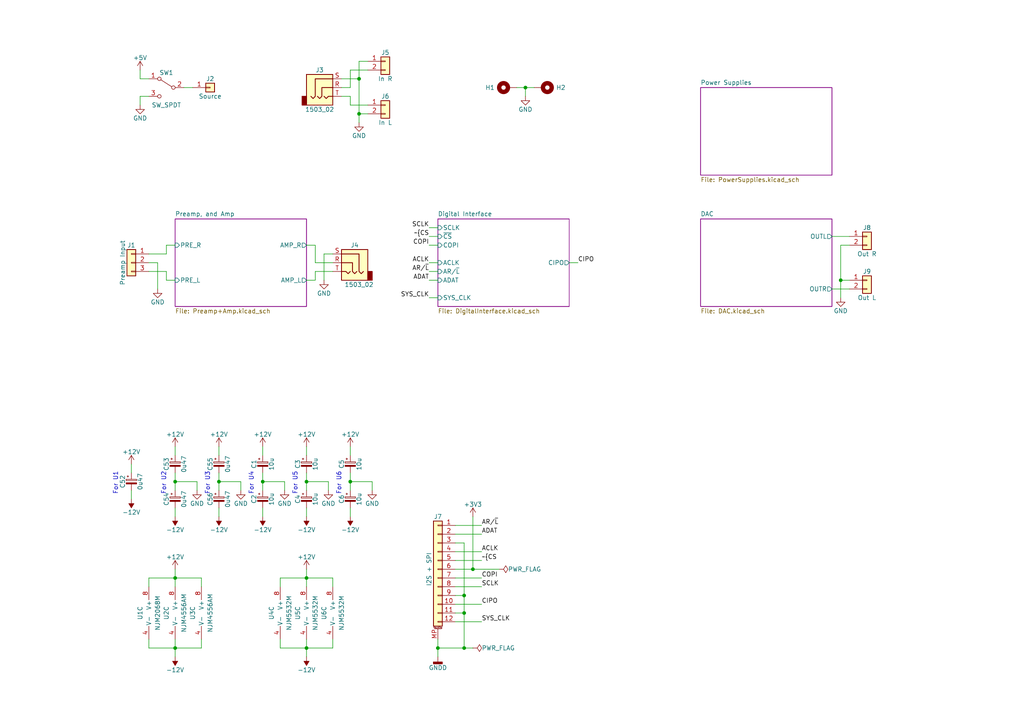
<source format=kicad_sch>
(kicad_sch (version 20211123) (generator eeschema)
  (paper "A4")
  (title_block (title "Headphone Amplifier + 24-bit -120dBm DAC") (rev "R2") (company "Rachel Mant") (comment 3 "IO Connectors") (comment 4 "OpAmp Power"))
  (lib_symbols
    (symbol "Amplifier_Operational:NJM4556A" (pin_names (offset 0.127))
      (property "Reference" "U" (at 0 5.08 0))
      (property "Value" "NJM4556A" (at 0 -5.08 0))
      (symbol "NJM4556A_1_1"
        (polyline (pts (xy -5.08 5.08) (xy 5.08 0) (xy -5.08 -5.08) (xy -5.08 5.08)) (stroke (width 0.254)) (fill (type background)))
        (pin output line (at 7.62 0 180) (length 2.54) (name "~") (number "1"))
        (pin input line (at -7.62 -2.54 0) (length 2.54) (name "-") (number "2"))
        (pin input line (at -7.62 2.54 0) (length 2.54) (name "+") (number "3"))
      )
      (symbol "NJM4556A_2_1"
        (polyline (pts (xy -5.08 5.08) (xy 5.08 0) (xy -5.08 -5.08) (xy -5.08 5.08)) (stroke (width 0.254)) (fill (type background)))
        (pin input line (at -7.62 2.54 0) (length 2.54) (name "+") (number "5"))
        (pin input line (at -7.62 -2.54 0) (length 2.54) (name "-") (number "6"))
        (pin output line (at 7.62 0 180) (length 2.54) (name "~") (number "7"))
      )
      (symbol "NJM4556A_3_1"
        (pin power_in line (at -2.54 -7.62 90) (length 3.81) (name "V-") (number "4"))
        (pin power_in line (at -2.54 7.62 270) (length 3.81) (name "V+") (number "8"))
      )
    )
    (symbol "Amplifier_Operational:NJM5532" (pin_names (offset 0.127))
      (property "Reference" "U" (at 0 5.08 0))
      (property "Value" "NJM5532" (at 0 -5.08 0))
      (symbol "NJM5532_1_1"
        (polyline (pts (xy -5.08 5.08) (xy 5.08 0) (xy -5.08 -5.08) (xy -5.08 5.08)) (stroke (width 0.254)) (fill (type background)))
        (pin output line (at 7.62 0 180) (length 2.54) (name "~") (number "1"))
        (pin input line (at -7.62 -2.54 0) (length 2.54) (name "-") (number "2"))
        (pin input line (at -7.62 2.54 0) (length 2.54) (name "+") (number "3"))
      )
      (symbol "NJM5532_2_1"
        (polyline (pts (xy -5.08 5.08) (xy 5.08 0) (xy -5.08 -5.08) (xy -5.08 5.08)) (stroke (width 0.254)) (fill (type background)))
        (pin input line (at -7.62 2.54 0) (length 2.54) (name "+") (number "5"))
        (pin input line (at -7.62 -2.54 0) (length 2.54) (name "-") (number "6"))
        (pin output line (at 7.62 0 180) (length 2.54) (name "~") (number "7"))
      )
      (symbol "NJM5532_3_1"
        (pin power_in line (at -2.54 -7.62 90) (length 3.81) (name "V-") (number "4"))
        (pin power_in line (at -2.54 7.62 270) (length 3.81) (name "V+") (number "8"))
      )
    )
    (symbol "Connector:AudioJack3"
      (property "Reference" "J" (at 0 8.89 0))
      (property "Value" "AudioJack3" (at 0 6.35 0))
      (symbol "AudioJack3_0_1"
        (rectangle (start -5.08 -5.08) (end -6.35 -2.54) (stroke (width 0.254)) (fill (type outline)))
        (polyline (pts (xy 0 -2.54) (xy 0.635 -3.175) (xy 1.27 -2.54) (xy 2.54 -2.54)) (stroke (width 0.254)))
        (polyline (pts (xy -1.905 -2.54) (xy -1.27 -3.175) (xy -0.635 -2.54) (xy -0.635 0) (xy 2.54 0)) (stroke (width 0.254)))
        (polyline (pts (xy 2.54 2.54) (xy -2.54 2.54) (xy -2.54 -2.54) (xy -3.175 -3.175) (xy -3.81 -2.54)) (stroke (width 0.254)))
        (rectangle (start 2.54 3.81) (end -5.08 -5.08) (stroke (width 0.254)) (fill (type background)))
      )
      (symbol "AudioJack3_1_1"
        (pin passive line (at 5.08 0 180) (length 2.54) (name "~") (number "R"))
        (pin passive line (at 5.08 2.54 180) (length 2.54) (name "~") (number "S"))
        (pin passive line (at 5.08 -2.54 180) (length 2.54) (name "~") (number "T"))
      )
    )
    (symbol "Connector_Generic:Conn_01x01" (pin_names (offset 1.016) hide)
      (property "Reference" "J" (at 0 2.54 0))
      (property "Value" "Conn_01x01" (at 0 -2.54 0))
      (symbol "Conn_01x01_1_1"
        (rectangle (start -1.27 0.127) (end 0 -0.127) (stroke (width 0.1524)))
        (rectangle (start -1.27 1.27) (end 1.27 -1.27) (stroke (width 0.254)) (fill (type background)))
        (pin passive line (at -5.08 0 0) (length 3.81) (name "Pin_1") (number "1"))
      )
    )
    (symbol "Connector_Generic:Conn_01x02" (pin_names (offset 1.016) hide)
      (property "Reference" "J" (at 0 2.54 0))
      (property "Value" "Conn_01x02" (at 0 -5.08 0))
      (symbol "Conn_01x02_1_1"
        (rectangle (start -1.27 -2.413) (end 0 -2.667) (stroke (width 0.1524)))
        (rectangle (start -1.27 0.127) (end 0 -0.127) (stroke (width 0.1524)))
        (rectangle (start -1.27 1.27) (end 1.27 -3.81) (stroke (width 0.254)) (fill (type background)))
        (pin passive line (at -5.08 0 0) (length 3.81) (name "Pin_1") (number "1"))
        (pin passive line (at -5.08 -2.54 0) (length 3.81) (name "Pin_2") (number "2"))
      )
    )
    (symbol "Connector_Generic:Conn_01x03" (pin_names (offset 1.016) hide)
      (property "Reference" "J" (at 0 5.08 0))
      (property "Value" "Conn_01x03" (at 0 -5.08 0))
      (symbol "Conn_01x03_1_1"
        (rectangle (start -1.27 -2.413) (end 0 -2.667) (stroke (width 0.1524)))
        (rectangle (start -1.27 0.127) (end 0 -0.127) (stroke (width 0.1524)))
        (rectangle (start -1.27 2.667) (end 0 2.413) (stroke (width 0.1524)))
        (rectangle (start -1.27 3.81) (end 1.27 -3.81) (stroke (width 0.254)) (fill (type background)))
        (pin passive line (at -5.08 2.54 0) (length 3.81) (name "Pin_1") (number "1"))
        (pin passive line (at -5.08 0 0) (length 3.81) (name "Pin_2") (number "2"))
        (pin passive line (at -5.08 -2.54 0) (length 3.81) (name "Pin_3") (number "3"))
      )
    )
    (symbol "Connector_Generic_MountingPin:Conn_01x12_MountingPin" (pin_names (offset 1.016) hide)
      (property "Reference" "J" (at 0 15.24 0))
      (property "Value" "Conn_01x12_MountingPin" (at 1.27 -17.78 0))
      (symbol "Conn_01x12_MountingPin_1_1"
        (rectangle (start -1.27 -15.113) (end 0 -15.367) (stroke (width 0.1524)))
        (rectangle (start -1.27 -12.573) (end 0 -12.827) (stroke (width 0.1524)))
        (rectangle (start -1.27 -10.033) (end 0 -10.287) (stroke (width 0.1524)))
        (rectangle (start -1.27 -7.493) (end 0 -7.747) (stroke (width 0.1524)))
        (rectangle (start -1.27 -4.953) (end 0 -5.207) (stroke (width 0.1524)))
        (rectangle (start -1.27 -2.413) (end 0 -2.667) (stroke (width 0.1524)))
        (rectangle (start -1.27 0.127) (end 0 -0.127) (stroke (width 0.1524)))
        (rectangle (start -1.27 2.667) (end 0 2.413) (stroke (width 0.1524)))
        (rectangle (start -1.27 5.207) (end 0 4.953) (stroke (width 0.1524)))
        (rectangle (start -1.27 7.747) (end 0 7.493) (stroke (width 0.1524)))
        (rectangle (start -1.27 10.287) (end 0 10.033) (stroke (width 0.1524)))
        (rectangle (start -1.27 12.827) (end 0 12.573) (stroke (width 0.1524)))
        (rectangle (start -1.27 13.97) (end 1.27 -16.51) (stroke (width 0.254)) (fill (type background)))
        (polyline (pts (xy -1.016 -17.272) (xy 1.016 -17.272)) (stroke (width 0.1524)))
        (text "Mounting" (at 0 -16.891 0) (effects (font (size 0.381 0.381))))
        (pin passive line (at -5.08 12.7 0) (length 3.81) (name "Pin_1") (number "1"))
        (pin passive line (at -5.08 -10.16 0) (length 3.81) (name "Pin_10") (number "10"))
        (pin passive line (at -5.08 -12.7 0) (length 3.81) (name "Pin_11") (number "11"))
        (pin passive line (at -5.08 -15.24 0) (length 3.81) (name "Pin_12") (number "12"))
        (pin passive line (at -5.08 10.16 0) (length 3.81) (name "Pin_2") (number "2"))
        (pin passive line (at -5.08 7.62 0) (length 3.81) (name "Pin_3") (number "3"))
        (pin passive line (at -5.08 5.08 0) (length 3.81) (name "Pin_4") (number "4"))
        (pin passive line (at -5.08 2.54 0) (length 3.81) (name "Pin_5") (number "5"))
        (pin passive line (at -5.08 0 0) (length 3.81) (name "Pin_6") (number "6"))
        (pin passive line (at -5.08 -2.54 0) (length 3.81) (name "Pin_7") (number "7"))
        (pin passive line (at -5.08 -5.08 0) (length 3.81) (name "Pin_8") (number "8"))
        (pin passive line (at -5.08 -7.62 0) (length 3.81) (name "Pin_9") (number "9"))
        (pin passive line (at 0 -20.32 90) (length 3.048) (name "MountPin") (number "MP"))
      )
    )
    (symbol "DX-MON:NJM2068" (pin_names (offset 0.127))
      (property "Reference" "U" (at 0 5.08 0))
      (property "Value" "NJM2068" (at 0 -5.08 0))
      (symbol "NJM2068_1_1"
        (polyline (pts (xy -5.08 5.08) (xy 5.08 0) (xy -5.08 -5.08) (xy -5.08 5.08)) (stroke (width 0.254)) (fill (type background)))
        (pin output line (at 7.62 0 180) (length 2.54) (name "~") (number "1"))
        (pin input line (at -7.62 -2.54 0) (length 2.54) (name "-") (number "2"))
        (pin input line (at -7.62 2.54 0) (length 2.54) (name "+") (number "3"))
      )
      (symbol "NJM2068_2_1"
        (polyline (pts (xy -5.08 5.08) (xy 5.08 0) (xy -5.08 -5.08) (xy -5.08 5.08)) (stroke (width 0.254)) (fill (type background)))
        (pin input line (at -7.62 2.54 0) (length 2.54) (name "+") (number "5"))
        (pin input line (at -7.62 -2.54 0) (length 2.54) (name "-") (number "6"))
        (pin output line (at 7.62 0 180) (length 2.54) (name "~") (number "7"))
      )
      (symbol "NJM2068_3_1"
        (pin power_in line (at -2.54 -7.62 90) (length 3.81) (name "V-") (number "4"))
        (pin power_in line (at -2.54 7.62 270) (length 3.81) (name "V+") (number "8"))
      )
    )
    (symbol "Device:C_Polarized_Small" (pin_numbers hide) (pin_names (offset 0.254) hide)
      (property "Reference" "C" (at 0.254 1.778 0))
      (property "Value" "C_Polarized_Small" (at 0.254 -2.032 0))
      (symbol "C_Polarized_Small_0_1"
        (rectangle (start -1.524 -0.3048) (end 1.524 -0.6858) (fill (type outline)))
        (rectangle (start -1.524 0.6858) (end 1.524 0.3048))
        (polyline (pts (xy -1.27 1.524) (xy -0.762 1.524)))
        (polyline (pts (xy -1.016 1.27) (xy -1.016 1.778)))
      )
      (symbol "C_Polarized_Small_1_1"
        (pin passive line (at 0 2.54 270) (length 1.8542) (name "~") (number "1"))
        (pin passive line (at 0 -2.54 90) (length 1.8542) (name "~") (number "2"))
      )
    )
    (symbol "Mechanical:MountingHole_Pad" (pin_numbers hide) (pin_names (offset 1.016) hide)
      (property "Reference" "H" (at 0 6.35 0))
      (property "Value" "MountingHole_Pad" (at 0 4.445 0))
      (symbol "MountingHole_Pad_0_1"
        (circle (center 0 1.27) (radius 1.27) (stroke (width 1.27)))
      )
      (symbol "MountingHole_Pad_1_1"
        (pin input line (at 0 -2.54 90) (length 2.54) (name "1") (number "1"))
      )
    )
    (symbol "Switch:SW_SPDT" (pin_names (offset 0) hide)
      (property "Reference" "SW" (at 0 4.318 0))
      (property "Value" "SW_SPDT" (at 0 -5.08 0))
      (symbol "SW_SPDT_0_0"
        (circle (center -2.032 0) (radius 0.508))
        (circle (center 2.032 -2.54) (radius 0.508))
      )
      (symbol "SW_SPDT_0_1"
        (polyline (pts (xy -1.524 0.254) (xy 1.651 2.286)))
        (circle (center 2.032 2.54) (radius 0.508))
      )
      (symbol "SW_SPDT_1_1"
        (pin passive line (at 5.08 2.54 180) (length 2.54) (name "A") (number "1"))
        (pin passive line (at -5.08 0 0) (length 2.54) (name "B") (number "2"))
        (pin passive line (at 5.08 -2.54 180) (length 2.54) (name "C") (number "3"))
      )
    )
    (symbol "power:+12V" (power) (pin_names (offset 0))
      (property "Value" "+12V" (at 0 3.556 0))
      (symbol "+12V_0_1"
        (polyline (pts (xy -0.762 1.27) (xy 0 2.54)))
        (polyline (pts (xy 0 0) (xy 0 2.54)))
        (polyline (pts (xy 0 2.54) (xy 0.762 1.27)))
      )
      (symbol "+12V_1_1"
        (pin power_in line (at 0 0 90) (length 0) hide (name "+12V") (number "1"))
      )
    )
    (symbol "power:+3.3V" (power) (pin_names (offset 0))
      (property "Value" "+3.3V" (at 0 3.556 0))
      (symbol "+3.3V_0_1"
        (polyline (pts (xy -0.762 1.27) (xy 0 2.54)))
        (polyline (pts (xy 0 0) (xy 0 2.54)))
        (polyline (pts (xy 0 2.54) (xy 0.762 1.27)))
      )
      (symbol "+3.3V_1_1"
        (pin power_in line (at 0 0 90) (length 0) hide (name "+3V3") (number "1"))
      )
    )
    (symbol "power:+5V" (power) (pin_names (offset 0))
      (property "Value" "+5V" (at 0 3.556 0))
      (symbol "+5V_0_1"
        (polyline (pts (xy -0.762 1.27) (xy 0 2.54)))
        (polyline (pts (xy 0 0) (xy 0 2.54)))
        (polyline (pts (xy 0 2.54) (xy 0.762 1.27)))
      )
      (symbol "+5V_1_1"
        (pin power_in line (at 0 0 90) (length 0) hide (name "+5V") (number "1"))
      )
    )
    (symbol "power:-12V" (power) (pin_names (offset 0))
      (property "Value" "-12V" (at 0 3.81 0))
      (symbol "-12V_0_0"
        (pin power_in line (at 0 0 90) (length 0) hide (name "-12V") (number "1"))
      )
      (symbol "-12V_0_1"
        (polyline (pts (xy 0 0) (xy 0 1.27) (xy 0.762 1.27) (xy 0 2.54) (xy -0.762 1.27) (xy 0 1.27)) (fill (type outline)))
      )
    )
    (symbol "power:GND" (power) (pin_names (offset 0))
      (property "Value" "GND" (at 0 -3.81 0))
      (symbol "GND_0_1"
        (polyline (pts (xy 0 0) (xy 0 -1.27) (xy 1.27 -1.27) (xy 0 -2.54) (xy -1.27 -1.27) (xy 0 -1.27)))
      )
      (symbol "GND_1_1"
        (pin power_in line (at 0 0 270) (length 0) hide (name "GND") (number "1"))
      )
    )
    (symbol "power:GNDD" (power) (pin_names (offset 0))
      (property "Value" "GNDD" (at 0 -3.175 0))
      (symbol "GNDD_0_1"
        (rectangle (start -1.27 -1.524) (end 1.27 -2.032) (stroke (width 0.254)) (fill (type outline)))
        (polyline (pts (xy 0 0) (xy 0 -1.524)))
      )
      (symbol "GNDD_1_1"
        (pin power_in line (at 0 0 270) (length 0) hide (name "GNDD") (number "1"))
      )
    )
    (symbol "power:PWR_FLAG" (power) (pin_numbers hide) (pin_names (offset 0) hide)
      (property "Value" "PWR_FLAG" (at 0 3.81 0))
      (symbol "PWR_FLAG_0_0"
        (pin power_out line (at 0 0 90) (length 0) (name "pwr") (number "1"))
      )
      (symbol "PWR_FLAG_0_1"
        (polyline (pts (xy 0 0) (xy 0 1.27) (xy -1.016 1.905) (xy 0 2.54) (xy 1.016 1.905) (xy 0 1.27)))
      )
    )
  )
  (junction (at 104.14 33.02))
  (junction (at 137.16 165.1))
  (junction (at 134.62 187.96))
  (junction (at 50.8 167.64))
  (junction (at 88.9 187.96))
  (junction (at 88.9 167.64))
  (junction (at 76.2 139.7))
  (junction (at 152.4 25.4))
  (junction (at 50.8 139.7))
  (junction (at 104.14 22.86))
  (junction (at 134.62 172.72))
  (junction (at 243.84 81.28))
  (junction (at 127 187.96))
  (junction (at 134.62 177.8))
  (junction (at 50.8 187.96))
  (junction (at 88.9 139.7))
  (junction (at 63.5 139.7))
  (junction (at 101.6 139.7))
  (wire (pts (xy 127 86.36) (xy 124.46 86.36)))
  (wire (pts (xy 91.44 81.28) (xy 88.9 81.28)))
  (wire (pts (xy 101.6 30.48) (xy 106.68 30.48)))
  (wire (pts (xy 91.44 78.74) (xy 96.52 78.74)))
  (wire (pts (xy 81.28 167.64) (xy 88.9 167.64)))
  (wire (pts (xy 124.46 81.28) (xy 127 81.28)))
  (wire (pts (xy 127 78.74) (xy 124.46 78.74)))
  (wire (pts (xy 50.8 142.24) (xy 50.8 139.7)))
  (wire (pts (xy 58.42 167.64) (xy 50.8 167.64)))
  (wire (pts (xy 48.26 81.28) (xy 50.8 81.28)))
  (wire (pts (xy 137.16 187.96) (xy 134.62 187.96)))
  (wire (pts (xy 58.42 170.18) (xy 58.42 167.64)))
  (wire (pts (xy 134.62 157.48) (xy 134.62 172.72)))
  (wire (pts (xy 45.72 76.2) (xy 43.18 76.2)))
  (wire (pts (xy 107.95 139.7) (xy 101.6 139.7)))
  (wire (pts (xy 88.9 139.7) (xy 88.9 142.24)))
  (wire (pts (xy 243.84 71.12) (xy 243.84 81.28)))
  (wire (pts (xy 139.7 162.56) (xy 132.08 162.56)))
  (wire (pts (xy 95.25 142.24) (xy 95.25 139.7)))
  (wire (pts (xy 134.62 177.8) (xy 134.62 187.96)))
  (wire (pts (xy 63.5 142.24) (xy 63.5 139.7)))
  (wire (pts (xy 43.18 73.66) (xy 48.26 73.66)))
  (wire (pts (xy 38.1 134.62) (xy 38.1 137.16)))
  (wire (pts (xy 88.9 71.12) (xy 91.44 71.12)))
  (wire (pts (xy 96.52 167.64) (xy 96.52 170.18)))
  (wire (pts (xy 124.46 68.58) (xy 127 68.58)))
  (wire (pts (xy 246.38 83.82) (xy 241.3 83.82)))
  (wire (pts (xy 241.3 68.58) (xy 246.38 68.58)))
  (wire (pts (xy 69.85 142.24) (xy 69.85 139.7)))
  (wire (pts (xy 95.25 139.7) (xy 88.9 139.7)))
  (wire (pts (xy 50.8 167.64) (xy 50.8 170.18)))
  (wire (pts (xy 58.42 187.96) (xy 50.8 187.96)))
  (wire (pts (xy 43.18 167.64) (xy 43.18 170.18)))
  (wire (pts (xy 88.9 147.32) (xy 88.9 149.86)))
  (wire (pts (xy 48.26 73.66) (xy 48.26 71.12)))
  (wire (pts (xy 132.08 167.64) (xy 139.7 167.64)))
  (wire (pts (xy 38.1 142.24) (xy 38.1 144.78)))
  (wire (pts (xy 152.4 27.94) (xy 152.4 25.4)))
  (wire (pts (xy 93.98 73.66) (xy 93.98 81.28)))
  (wire (pts (xy 99.06 25.4) (xy 101.6 25.4)))
  (wire (pts (xy 57.15 142.24) (xy 57.15 139.7)))
  (wire (pts (xy 107.95 142.24) (xy 107.95 139.7)))
  (wire (pts (xy 88.9 129.54) (xy 88.9 132.08)))
  (wire (pts (xy 91.44 76.2) (xy 91.44 71.12)))
  (wire (pts (xy 40.64 22.86) (xy 43.18 22.86)))
  (wire (pts (xy 99.06 22.86) (xy 104.14 22.86)))
  (wire (pts (xy 127 187.96) (xy 127 190.5)))
  (wire (pts (xy 134.62 172.72) (xy 134.62 177.8)))
  (wire (pts (xy 48.26 78.74) (xy 48.26 81.28)))
  (wire (pts (xy 43.18 167.64) (xy 50.8 167.64)))
  (wire (pts (xy 76.2 147.32) (xy 76.2 149.86)))
  (wire (pts (xy 57.15 139.7) (xy 50.8 139.7)))
  (wire (pts (xy 132.08 175.26) (xy 139.7 175.26)))
  (wire (pts (xy 101.6 137.16) (xy 101.6 139.7)))
  (wire (pts (xy 45.72 83.82) (xy 45.72 76.2)))
  (wire (pts (xy 82.55 142.24) (xy 82.55 139.7)))
  (wire (pts (xy 149.86 25.4) (xy 152.4 25.4)))
  (wire (pts (xy 58.42 185.42) (xy 58.42 187.96)))
  (wire (pts (xy 76.2 139.7) (xy 76.2 142.24)))
  (wire (pts (xy 99.06 27.94) (xy 101.6 27.94)))
  (wire (pts (xy 132.08 177.8) (xy 134.62 177.8)))
  (wire (pts (xy 43.18 187.96) (xy 50.8 187.96)))
  (wire (pts (xy 50.8 149.86) (xy 50.8 147.32)))
  (wire (pts (xy 132.08 165.1) (xy 137.16 165.1)))
  (wire (pts (xy 82.55 139.7) (xy 76.2 139.7)))
  (wire (pts (xy 50.8 185.42) (xy 50.8 187.96)))
  (wire (pts (xy 50.8 129.54) (xy 50.8 132.08)))
  (wire (pts (xy 50.8 137.16) (xy 50.8 139.7)))
  (wire (pts (xy 101.6 147.32) (xy 101.6 149.86)))
  (wire (pts (xy 104.14 17.78) (xy 106.68 17.78)))
  (wire (pts (xy 69.85 139.7) (xy 63.5 139.7)))
  (wire (pts (xy 104.14 35.56) (xy 104.14 33.02)))
  (wire (pts (xy 96.52 73.66) (xy 93.98 73.66)))
  (wire (pts (xy 63.5 132.08) (xy 63.5 129.54)))
  (wire (pts (xy 132.08 172.72) (xy 134.62 172.72)))
  (wire (pts (xy 152.4 25.4) (xy 154.94 25.4)))
  (wire (pts (xy 167.64 76.2) (xy 165.1 76.2)))
  (wire (pts (xy 76.2 132.08) (xy 76.2 129.54)))
  (wire (pts (xy 88.9 190.5) (xy 88.9 187.96)))
  (wire (pts (xy 81.28 187.96) (xy 88.9 187.96)))
  (wire (pts (xy 88.9 187.96) (xy 88.9 185.42)))
  (wire (pts (xy 243.84 86.36) (xy 243.84 81.28)))
  (wire (pts (xy 81.28 185.42) (xy 81.28 187.96)))
  (wire (pts (xy 81.28 170.18) (xy 81.28 167.64)))
  (wire (pts (xy 127 71.12) (xy 124.46 71.12)))
  (wire (pts (xy 132.08 152.4) (xy 139.7 152.4)))
  (wire (pts (xy 96.52 185.42) (xy 96.52 187.96)))
  (wire (pts (xy 106.68 33.02) (xy 104.14 33.02)))
  (wire (pts (xy 104.14 22.86) (xy 104.14 17.78)))
  (wire (pts (xy 63.5 147.32) (xy 63.5 149.86)))
  (wire (pts (xy 101.6 25.4) (xy 101.6 20.32)))
  (wire (pts (xy 96.52 76.2) (xy 91.44 76.2)))
  (wire (pts (xy 127 66.04) (xy 124.46 66.04)))
  (wire (pts (xy 246.38 71.12) (xy 243.84 71.12)))
  (wire (pts (xy 40.64 20.32) (xy 40.64 22.86)))
  (wire (pts (xy 63.5 137.16) (xy 63.5 139.7)))
  (wire (pts (xy 137.16 149.86) (xy 137.16 165.1)))
  (wire (pts (xy 101.6 142.24) (xy 101.6 139.7)))
  (wire (pts (xy 132.08 160.02) (xy 139.7 160.02)))
  (wire (pts (xy 96.52 187.96) (xy 88.9 187.96)))
  (wire (pts (xy 40.64 27.94) (xy 43.18 27.94)))
  (wire (pts (xy 88.9 170.18) (xy 88.9 167.64)))
  (wire (pts (xy 139.7 170.18) (xy 132.08 170.18)))
  (wire (pts (xy 243.84 81.28) (xy 246.38 81.28)))
  (wire (pts (xy 91.44 78.74) (xy 91.44 81.28)))
  (wire (pts (xy 88.9 165.1) (xy 88.9 167.64)))
  (wire (pts (xy 139.7 154.94) (xy 132.08 154.94)))
  (wire (pts (xy 127 185.42) (xy 127 187.96)))
  (wire (pts (xy 132.08 157.48) (xy 134.62 157.48)))
  (wire (pts (xy 101.6 129.54) (xy 101.6 132.08)))
  (wire (pts (xy 134.62 187.96) (xy 127 187.96)))
  (wire (pts (xy 132.08 180.34) (xy 139.7 180.34)))
  (wire (pts (xy 43.18 78.74) (xy 48.26 78.74)))
  (wire (pts (xy 40.64 30.48) (xy 40.64 27.94)))
  (wire (pts (xy 50.8 71.12) (xy 48.26 71.12)))
  (wire (pts (xy 124.46 76.2) (xy 127 76.2)))
  (wire (pts (xy 76.2 137.16) (xy 76.2 139.7)))
  (wire (pts (xy 101.6 20.32) (xy 106.68 20.32)))
  (wire (pts (xy 88.9 137.16) (xy 88.9 139.7)))
  (wire (pts (xy 88.9 167.64) (xy 96.52 167.64)))
  (wire (pts (xy 144.78 165.1) (xy 137.16 165.1)))
  (wire (pts (xy 101.6 27.94) (xy 101.6 30.48)))
  (wire (pts (xy 55.88 25.4) (xy 53.34 25.4)))
  (wire (pts (xy 43.18 185.42) (xy 43.18 187.96)))
  (wire (pts (xy 50.8 165.1) (xy 50.8 167.64)))
  (wire (pts (xy 104.14 33.02) (xy 104.14 22.86)))
  (wire (pts (xy 50.8 187.96) (xy 50.8 190.5)))
  (text "For U4" (at 73.66 143.51 90) (effects (font (size 1.27 1.27)) (justify left bottom)))
  (text "For U6" (at 99.06 143.51 90) (effects (font (size 1.27 1.27)) (justify left bottom)))
  (text "For U3" (at 60.96 143.51 90) (effects (font (size 1.27 1.27)) (justify left bottom)))
  (text "For U1" (at 34.29 143.51 90) (effects (font (size 1.27 1.27)) (justify left bottom)))
  (text "For U5" (at 86.36 143.51 90) (effects (font (size 1.27 1.27)) (justify left bottom)))
  (text "For U2" (at 48.26 143.51 90) (effects (font (size 1.27 1.27)) (justify left bottom)))
  (label "CIPO" (at 167.64 76.2 0))
  (label "SCLK" (at 139.7 170.18 0))
  (label "ACLK" (at 124.46 76.2 180))
  (label "ACLK" (at 139.7 160.02 0))
  (label "SCLK" (at 124.46 66.04 180))
  (label "AR{slash}~{L}" (at 139.7 152.4 0))
  (label "SYS_CLK" (at 139.7 180.34 0))
  (label "AR{slash}~{L}" (at 124.46 78.74 180))
  (label "COPI" (at 139.7 167.64 0))
  (label "CIPO" (at 139.7 175.26 0))
  (label "SYS_CLK" (at 124.46 86.36 180))
  (label "~{CS" (at 139.7 162.56 0))
  (label "ADAT" (at 124.46 81.28 180))
  (label "ADAT" (at 139.7 154.94 0))
  (label "COPI" (at 124.46 71.12 180))
  (label "~{CS" (at 124.46 68.58 180))
  (symbol (lib_id "Device:C_Polarized_Small") (at 101.6 144.78 0) (unit 1)
    (property "Reference" "C6" (at 99.06 144.78 90))
    (property "Value" "10u" (at 104.14 144.78 90))
    (property "Footprint" "rhais_rcl:CP_EIA-3216-18_A" (effects hide))
    (property "Datasheet" "https://www.vishay.com/docs/40002/293d.pdf" (effects hide))
    (property "MFR" "Vishay Sprague" (effects hide))
    (property "MPN" "293D106X0016A2TE3" (effects hide))
    (property "OC_DIGIKEY" "718-1956-1-ND" (effects hide))
    (property "URL_DIGIKEY" "https://www.digikey.com/en/products/detail/vishay-sprague/293D106X0016A2TE3/1578608" (effects hide))
  )
  (symbol (lib_id "Amplifier_Operational:NJM5532") (at 99.06 177.8 0) (unit 3)
    (property "Reference" "U6" (at 93.98 177.8 90))
    (property "Value" "NJM5532M" (at 99.06 177.8 90))
    (property "Footprint" "rhais_package-smd:SO-8_5.3x5.3mm_P1.27mm" (effects hide))
    (property "Datasheet" "http://www.njr.com/semicon/PDF/NJM5532_E.pdf" (effects hide))
    (property "MFR" "New Japan Radio Co" (effects hide))
    (property "MPN" "NJM5532M" (effects hide))
    (property "OC_DIGIKEY" "NJM5532M-ND" (effects hide))
    (property "URL_DIGIKEY" "https://www.digikey.com/en/products/detail/NJM5532M/NJM5532M-ND/805753" (effects hide))
  )
  (symbol (lib_id "Mechanical:MountingHole_Pad") (at 157.48 25.4 270) (unit 1)
    (property "Reference" "H2" (at 161.29 25.4 90) (effects (justify left)))
    (property "Value" "MountingHole_Pad" (effects hide))
    (property "Footprint" "MountingHole:MountingHole_3.2mm_M3_Pad" (effects hide))
  )
  (symbol (lib_id "Device:C_Polarized_Small") (at 101.6 134.62 0) (unit 1)
    (property "Reference" "C5" (at 99.06 134.62 90))
    (property "Value" "10u" (at 104.14 134.62 90))
    (property "Footprint" "rhais_rcl:CP_EIA-3216-18_A" (effects hide))
    (property "Datasheet" "https://www.vishay.com/docs/40002/293d.pdf" (effects hide))
    (property "MFR" "Vishay Sprague" (effects hide))
    (property "MPN" "293D106X0016A2TE3" (effects hide))
    (property "OC_DIGIKEY" "718-1956-1-ND" (effects hide))
    (property "URL_DIGIKEY" "https://www.digikey.com/en/products/detail/vishay-sprague/293D106X0016A2TE3/1578608" (effects hide))
  )
  (symbol (lib_id "power:+12V") (at 88.9 129.54 0) (unit 1)
    (property "Reference" "#PWR09" (effects hide))
    (property "Value" "+12V" (at 88.9 125.984 0))
  )
  (symbol (lib_id "power:-12V") (at 76.2 149.86 180) (unit 1)
    (property "Reference" "#PWR05" (effects hide))
    (property "Value" "-12V" (at 76.2 153.67 0))
  )
  (symbol (lib_id "Connector_Generic:Conn_01x02") (at 251.46 81.28 0) (unit 1)
    (property "Reference" "J9" (at 251.46 78.74 0))
    (property "Value" "Out L" (at 251.46 86.36 0))
    (property "Footprint" "rhais_connector-pinheader:PinHeader_1x02_P2.54mm_Vertical" (effects hide))
  )
  (symbol (lib_id "Connector_Generic:Conn_01x02") (at 251.46 68.58 0) (unit 1)
    (property "Reference" "J8" (at 251.46 66.04 0))
    (property "Value" "Out R" (at 251.46 73.66 0))
    (property "Footprint" "rhais_connector-pinheader:PinHeader_1x02_P2.54mm_Vertical" (effects hide))
  )
  (symbol (lib_id "Device:C_Polarized_Small") (at 50.8 134.62 0) (unit 1)
    (property "Reference" "C53" (at 48.26 134.62 90))
    (property "Value" "0u47" (at 53.34 134.62 90))
    (property "Footprint" "rhais_rcl:CP_EIA-3216-18_A" (effects hide))
    (property "Datasheet" "https://datasheets.kyocera-avx.com/F93.pdf" (effects hide))
    (property "MFR" "Kyocera AVX" (effects hide))
    (property "MPN" "F931V474KAA" (effects hide))
    (property "OC_DIGIKEY" "478-8345-1-ND" (effects hide))
    (property "URL_DIGIKEY" "https://www.digikey.com/en/products/detail/kyocera-avx/F931V474KAA/4005389" (effects hide))
  )
  (symbol (lib_id "power:-12V") (at 38.1 144.78 180) (unit 1)
    (property "Reference" "#PWR046" (effects hide))
    (property "Value" "-12V" (at 38.1 148.59 0))
  )
  (symbol (lib_id "power:GND") (at 95.25 142.24 0) (unit 1)
    (property "Reference" "#PWR011" (effects hide))
    (property "Value" "GND" (at 95.25 146.05 0))
  )
  (symbol (lib_id "Amplifier_Operational:NJM5532") (at 83.82 177.8 0) (unit 3)
    (property "Reference" "U4" (at 78.74 177.8 90))
    (property "Value" "NJM5532M" (at 83.82 177.8 90))
    (property "Footprint" "rhais_package-smd:SO-8_5.3x5.3mm_P1.27mm" (effects hide))
    (property "Datasheet" "http://www.njr.com/semicon/PDF/NJM5532_E.pdf" (effects hide))
    (property "MFR" "New Japan Radio Co" (effects hide))
    (property "MPN" "NJM5532M" (effects hide))
    (property "OC_DIGIKEY" "NJM5532M-ND" (effects hide))
    (property "URL_DIGIKEY" "https://www.digikey.com/en/products/detail/NJM5532M/NJM5532M-ND/805753" (effects hide))
  )
  (symbol (lib_id "Connector_Generic:Conn_01x01") (at 60.96 25.4 0) (unit 1)
    (property "Reference" "J2" (at 60.96 22.86 0))
    (property "Value" "Source" (at 60.96 27.94 0))
    (property "Footprint" "Connector_PinHeader_2.54mm:PinHeader_1x01_P2.54mm_Vertical" (effects hide))
  )
  (symbol (lib_id "power:PWR_FLAG") (at 137.16 187.96 270) (unit 1)
    (property "Reference" "#FLG01" (effects hide))
    (property "Value" "PWR_FLAG" (at 139.7 187.96 90) (effects (justify left)))
  )
  (symbol (lib_id "Amplifier_Operational:NJM5532") (at 91.44 177.8 0) (unit 3)
    (property "Reference" "U5" (at 86.36 177.8 90))
    (property "Value" "NJM5532M" (at 91.44 177.8 90))
    (property "Footprint" "rhais_package-smd:SO-8_5.3x5.3mm_P1.27mm" (effects hide))
    (property "Datasheet" "http://www.njr.com/semicon/PDF/NJM5532_E.pdf" (effects hide))
    (property "MFR" "New Japan Radio Co" (effects hide))
    (property "MPN" "NJM5532M" (effects hide))
    (property "OC_DIGIKEY" "NJM5532M-ND" (effects hide))
    (property "URL_DIGIKEY" "https://www.digikey.com/en/products/detail/NJM5532M/NJM5532M-ND/805753" (effects hide))
  )
  (symbol (lib_id "power:+12V") (at 63.5 129.54 0) (unit 1)
    (property "Reference" "#PWR077" (effects hide))
    (property "Value" "+12V" (at 63.5 125.984 0))
  )
  (symbol (lib_id "power:GND") (at 57.15 142.24 0) (unit 1)
    (property "Reference" "#PWR076" (effects hide))
    (property "Value" "GND" (at 57.15 146.05 0))
  )
  (symbol (lib_id "Device:C_Polarized_Small") (at 63.5 134.62 0) (unit 1)
    (property "Reference" "C55" (at 60.96 134.62 90))
    (property "Value" "0u47" (at 66.04 134.62 90))
    (property "Footprint" "rhais_rcl:CP_EIA-3216-18_A" (effects hide))
    (property "Datasheet" "https://datasheets.kyocera-avx.com/F93.pdf" (effects hide))
    (property "MFR" "Kyocera AVX" (effects hide))
    (property "MPN" "F931V474KAA" (effects hide))
    (property "OC_DIGIKEY" "478-8345-1-ND" (effects hide))
    (property "URL_DIGIKEY" "https://www.digikey.com/en/products/detail/kyocera-avx/F931V474KAA/4005389" (effects hide))
  )
  (symbol (lib_id "Switch:SW_SPDT") (at 48.26 25.4 0) (mirror y) (unit 1)
    (property "Reference" "SW1" (at 48.26 21.082 0))
    (property "Value" "SW_SPDT" (at 48.26 30.48 0))
    (property "Footprint" "rhais_switch:PN1x-30EQ" (effects hide))
    (property "Datasheet" "https://www.ckswitches.com/media/1413/pn.pdf" (effects hide))
    (property "MFR" "C&K" (effects hide))
    (property "MPN" "PN12SHNA03QE" (effects hide))
    (property "OC_FARNELL" "2435344" (effects hide))
    (property "URL_FARNELL" "https://uk.farnell.com/c-k-components/pn12shna03qe/switch-push-spdt/dp/2435344" (effects hide))
    (property "OC_DIGIKEY" "CKN1189-ND" (effects hide))
    (property "URL_DIGIKEY" "https://www.digikey.com/en/products/detail/c-k/PN12SHNA03QE/262656" (effects hide))
  )
  (symbol (lib_id "Connector:AudioJack3") (at 93.98 25.4 0) (unit 1)
    (property "Reference" "J3" (at 92.71 20.32 0))
    (property "Value" "1503_02" (at 92.71 31.75 0))
    (property "Footprint" "rhais_connector-lumberg:1503-02" (effects hide))
    (property "Datasheet" "https://downloads.lumberg.com/datenblaetter/en/1503_02.pdf" (effects hide))
    (property "MFR" "Lumberg" (effects hide))
    (property "MPN" "1503 02" (effects hide))
    (property "OC_FARNELL" "1216979" (effects hide))
    (property "URL_FARNELL" "https://uk.farnell.com/lumberg/1503-02/connector-receptacle-3-5mm-phono/dp/1216979" (effects hide))
  )
  (symbol (lib_id "Device:C_Polarized_Small") (at 76.2 134.62 0) (unit 1)
    (property "Reference" "C1" (at 73.66 134.62 90))
    (property "Value" "10u" (at 78.74 134.62 90))
    (property "Footprint" "rhais_rcl:CP_EIA-3216-18_A" (effects hide))
    (property "Datasheet" "https://www.vishay.com/docs/40002/293d.pdf" (effects hide))
    (property "MFR" "Vishay Sprague" (effects hide))
    (property "MPN" "293D106X0016A2TE3" (effects hide))
    (property "OC_DIGIKEY" "718-1956-1-ND" (effects hide))
    (property "URL_DIGIKEY" "https://www.digikey.com/en/products/detail/vishay-sprague/293D106X0016A2TE3/1578608" (effects hide))
  )
  (symbol (lib_id "power:GND") (at 69.85 142.24 0) (unit 1)
    (property "Reference" "#PWR079" (effects hide))
    (property "Value" "GND" (at 69.85 146.05 0))
  )
  (symbol (lib_id "Device:C_Polarized_Small") (at 88.9 144.78 0) (unit 1)
    (property "Reference" "C4" (at 86.36 144.78 90))
    (property "Value" "10u" (at 91.44 144.78 90))
    (property "Footprint" "rhais_rcl:CP_EIA-3216-18_A" (effects hide))
    (property "Datasheet" "https://www.vishay.com/docs/40002/293d.pdf" (effects hide))
    (property "MFR" "Vishay Sprague" (effects hide))
    (property "MPN" "293D106X0016A2TE3" (effects hide))
    (property "OC_DIGIKEY" "718-1956-1-ND" (effects hide))
    (property "URL_DIGIKEY" "https://www.digikey.com/en/products/detail/vishay-sprague/293D106X0016A2TE3/1578608" (effects hide))
  )
  (symbol (lib_id "power:GND") (at 45.72 83.82 0) (unit 1)
    (property "Reference" "#PWR03" (effects hide))
    (property "Value" "GND" (at 45.72 87.63 0))
  )
  (symbol (lib_id "Connector_Generic:Conn_01x02") (at 111.76 30.48 0) (unit 1)
    (property "Reference" "J6" (at 111.76 27.94 0))
    (property "Value" "In L" (at 111.76 35.56 0))
    (property "Footprint" "rhais_connector-pinheader:PinHeader_1x02_P2.54mm_Vertical" (effects hide))
  )
  (symbol (lib_id "Connector:AudioJack3") (at 101.6 76.2 0) (mirror y) (unit 1)
    (property "Reference" "J4" (at 102.87 71.12 0))
    (property "Value" "1503_02" (at 104.14 82.55 0))
    (property "Footprint" "rhais_connector-lumberg:1503-02" (effects hide))
    (property "Datasheet" "https://downloads.lumberg.com/datenblaetter/en/1503_02.pdf" (effects hide))
    (property "MFR" "Lumberg" (effects hide))
    (property "MPN" "1503 02" (effects hide))
    (property "OC_FARNELL" "1216979" (effects hide))
    (property "URL_FARNELL" "https://uk.farnell.com/lumberg/1503-02/connector-receptacle-3-5mm-phono/dp/1216979" (effects hide))
  )
  (symbol (lib_id "power:GND") (at 82.55 142.24 0) (unit 1)
    (property "Reference" "#PWR08" (effects hide))
    (property "Value" "GND" (at 82.55 146.05 0))
  )
  (symbol (lib_id "Mechanical:MountingHole_Pad") (at 147.32 25.4 90) (unit 1)
    (property "Reference" "H1" (at 143.51 25.4 90) (effects (justify left)))
    (property "Value" "MountingHole_Pad" (effects hide))
    (property "Footprint" "MountingHole:MountingHole_3.2mm_M3_Pad" (effects hide))
  )
  (symbol (lib_id "Amplifier_Operational:NJM4556A") (at 53.34 177.8 0) (unit 3)
    (property "Reference" "U2" (at 48.26 177.8 90))
    (property "Value" "NJM4556AM" (at 53.34 177.8 90))
    (property "Footprint" "rhais_package-smd:SO-8_5.3x5.3mm_P1.27mm" (effects hide))
    (property "Datasheet" "http://www.njr.com/semicon/PDF/NJM4556A_E.pdf" (effects hide))
    (property "MFR" "New Japan Radio Co" (effects hide))
    (property "MPN" "NJM4556AM" (effects hide))
    (property "OC_DIGIKEY" "NJM4556AM-ND" (effects hide))
    (property "URL_DIGIKEY" "https://www.digikey.com/en/products/detail/NJM4556AM/NJM4556AM-ND/805743" (effects hide))
  )
  (symbol (lib_id "power:GNDD") (at 127 190.5 0) (unit 1)
    (property "Reference" "#PWR019" (effects hide))
    (property "Value" "GNDD" (at 127 193.675 0))
  )
  (symbol (lib_id "power:GND") (at 107.95 142.24 0) (unit 1)
    (property "Reference" "#PWR014" (effects hide))
    (property "Value" "GND" (at 107.95 146.05 0))
  )
  (symbol (lib_id "power:+12V") (at 101.6 129.54 0) (unit 1)
    (property "Reference" "#PWR012" (effects hide))
    (property "Value" "+12V" (at 101.6 125.984 0))
  )
  (symbol (lib_id "DX-MON:NJM2068") (at 45.72 177.8 0) (unit 3)
    (property "Reference" "U1" (at 40.64 177.8 90))
    (property "Value" "NJM2068M" (at 45.72 177.8 90))
    (property "Footprint" "rhais_package-smd:SO-8_5.3x5.3mm_P1.27mm" (effects hide))
    (property "Datasheet" "https://www.njr.com/electronic_device/PDF/NJM2068_E.pdf" (effects hide))
    (property "MFR" "New Japan Radio Co" (effects hide))
    (property "MPN" "NJM2068M" (effects hide))
    (property "OC_DIGIKEY" "NJM2068M-ND" (effects hide))
    (property "URL_DIGIKEY" "https://www.digikey.com/en/products/detail/NJM2068M/NJM2068M-ND/805545" (effects hide))
  )
  (symbol (lib_id "power:+12V") (at 88.9 165.1 0) (unit 1)
    (property "Reference" "#PWR015" (effects hide))
    (property "Value" "+12V" (at 88.9 161.544 0))
  )
  (symbol (lib_id "power:-12V") (at 63.5 149.86 180) (unit 1)
    (property "Reference" "#PWR078" (effects hide))
    (property "Value" "-12V" (at 63.5 153.67 0))
  )
  (symbol (lib_id "power:+12V") (at 50.8 165.1 0) (unit 1)
    (property "Reference" "#PWR06" (effects hide))
    (property "Value" "+12V" (at 50.8 161.544 0))
  )
  (symbol (lib_id "power:+12V") (at 50.8 129.54 0) (unit 1)
    (property "Reference" "#PWR050" (effects hide))
    (property "Value" "+12V" (at 50.8 125.984 0))
  )
  (symbol (lib_id "Device:C_Polarized_Small") (at 63.5 144.78 0) (unit 1)
    (property "Reference" "C56" (at 60.96 144.78 90))
    (property "Value" "0u47" (at 66.04 144.78 90))
    (property "Footprint" "rhais_rcl:CP_EIA-3216-18_A" (effects hide))
    (property "Datasheet" "https://datasheets.kyocera-avx.com/F93.pdf" (effects hide))
    (property "MFR" "Kyocera AVX" (effects hide))
    (property "MPN" "F931V474KAA" (effects hide))
    (property "OC_DIGIKEY" "478-8345-1-ND" (effects hide))
    (property "URL_DIGIKEY" "https://www.digikey.com/en/products/detail/kyocera-avx/F931V474KAA/4005389" (effects hide))
  )
  (symbol (lib_id "power:-12V") (at 101.6 149.86 180) (unit 1)
    (property "Reference" "#PWR013" (effects hide))
    (property "Value" "-12V" (at 101.6 153.67 0))
  )
  (symbol (lib_id "Device:C_Polarized_Small") (at 50.8 144.78 0) (unit 1)
    (property "Reference" "C54" (at 48.26 144.78 90))
    (property "Value" "0u47" (at 53.34 144.78 90))
    (property "Footprint" "rhais_rcl:CP_EIA-3216-18_A" (effects hide))
    (property "Datasheet" "https://datasheets.kyocera-avx.com/F93.pdf" (effects hide))
    (property "MFR" "Kyocera AVX" (effects hide))
    (property "MPN" "F931V474KAA" (effects hide))
    (property "OC_DIGIKEY" "478-8345-1-ND" (effects hide))
    (property "URL_DIGIKEY" "https://www.digikey.com/en/products/detail/kyocera-avx/F931V474KAA/4005389" (effects hide))
  )
  (symbol (lib_id "power:+5V") (at 40.64 20.32 0) (unit 1)
    (property "Reference" "#PWR01" (effects hide))
    (property "Value" "+5V" (at 40.64 16.764 0))
  )
  (symbol (lib_id "power:+3.3V") (at 137.16 149.86 0) (unit 1)
    (property "Reference" "#PWR020" (effects hide))
    (property "Value" "+3.3V" (at 137.16 146.304 0))
  )
  (symbol (lib_id "power:GND") (at 40.64 30.48 0) (unit 1)
    (property "Reference" "#PWR02" (effects hide))
    (property "Value" "GND" (at 40.64 34.29 0))
  )
  (symbol (lib_id "power:-12V") (at 88.9 190.5 180) (unit 1)
    (property "Reference" "#PWR016" (effects hide))
    (property "Value" "-12V" (at 88.9 194.31 0))
  )
  (symbol (lib_id "Connector_Generic:Conn_01x03") (at 38.1 76.2 0) (mirror y) (unit 1)
    (property "Reference" "J1" (at 38.1 71.12 0))
    (property "Value" "Preamp Input" (at 35.56 76.2 90))
    (property "Footprint" "rhais_connector-pinheader:PinHeader_1x03_P2.54mm_Vertical" (effects hide))
  )
  (symbol (lib_id "power:+12V") (at 76.2 129.54 0) (unit 1)
    (property "Reference" "#PWR04" (effects hide))
    (property "Value" "+12V" (at 76.2 125.984 0))
  )
  (symbol (lib_id "Device:C_Polarized_Small") (at 38.1 139.7 0) (unit 1)
    (property "Reference" "C52" (at 35.56 139.7 90))
    (property "Value" "0u47" (at 40.64 139.7 90))
    (property "Footprint" "rhais_rcl:CP_EIA-3216-18_A" (effects hide))
    (property "Datasheet" "https://datasheets.kyocera-avx.com/F93.pdf" (effects hide))
    (property "MFR" "Kyocera AVX" (effects hide))
    (property "MPN" "F931V474KAA" (effects hide))
    (property "OC_DIGIKEY" "478-8345-1-ND" (effects hide))
    (property "URL_DIGIKEY" "https://www.digikey.com/en/products/detail/kyocera-avx/F931V474KAA/4005389" (effects hide))
  )
  (symbol (lib_id "Device:C_Polarized_Small") (at 76.2 144.78 0) (unit 1)
    (property "Reference" "C2" (at 73.66 144.78 90))
    (property "Value" "10u" (at 78.74 144.78 90))
    (property "Footprint" "rhais_rcl:CP_EIA-3216-18_A" (effects hide))
    (property "Datasheet" "https://www.vishay.com/docs/40002/293d.pdf" (effects hide))
    (property "MFR" "Vishay Sprague" (effects hide))
    (property "MPN" "293D106X0016A2TE3" (effects hide))
    (property "OC_DIGIKEY" "718-1956-1-ND" (effects hide))
    (property "URL_DIGIKEY" "https://www.digikey.com/en/products/detail/vishay-sprague/293D106X0016A2TE3/1578608" (effects hide))
  )
  (symbol (lib_id "Amplifier_Operational:NJM4556A") (at 60.96 177.8 0) (unit 3)
    (property "Reference" "U3" (at 55.88 177.8 90))
    (property "Value" "NJM4556AM" (at 60.96 177.8 90))
    (property "Footprint" "rhais_package-smd:SO-8_5.3x5.3mm_P1.27mm" (effects hide))
    (property "Datasheet" "http://www.njr.com/semicon/PDF/NJM4556A_E.pdf" (effects hide))
    (property "MFR" "New Japan Radio Co" (effects hide))
    (property "MPN" "NJM4556AM" (effects hide))
    (property "OC_DIGIKEY" "NJM4556AM-ND" (effects hide))
    (property "URL_DIGIKEY" "https://www.digikey.com/en/products/detail/NJM4556AM/NJM4556AM-ND/805743" (effects hide))
  )
  (symbol (lib_id "power:-12V") (at 88.9 149.86 180) (unit 1)
    (property "Reference" "#PWR010" (effects hide))
    (property "Value" "-12V" (at 88.9 153.67 0))
  )
  (symbol (lib_id "Connector_Generic:Conn_01x02") (at 111.76 17.78 0) (unit 1)
    (property "Reference" "J5" (at 111.76 15.24 0))
    (property "Value" "In R" (at 111.76 22.86 0))
    (property "Footprint" "rhais_connector-pinheader:PinHeader_1x02_P2.54mm_Vertical" (effects hide))
  )
  (symbol (lib_id "power:GND") (at 93.98 81.28 0) (unit 1)
    (property "Reference" "#PWR017" (effects hide))
    (property "Value" "GND" (at 93.98 85.09 0))
  )
  (symbol (lib_id "power:GND") (at 243.84 86.36 0) (unit 1)
    (property "Reference" "#PWR022" (effects hide))
    (property "Value" "GND" (at 243.84 90.17 0))
  )
  (symbol (lib_id "power:+12V") (at 38.1 134.62 0) (unit 1)
    (property "Reference" "#PWR044" (effects hide))
    (property "Value" "+12V" (at 38.1 131.064 0))
  )
  (symbol (lib_id "power:-12V") (at 50.8 190.5 180) (unit 1)
    (property "Reference" "#PWR07" (effects hide))
    (property "Value" "-12V" (at 50.8 194.31 0))
  )
  (symbol (lib_id "power:-12V") (at 50.8 149.86 180) (unit 1)
    (property "Reference" "#PWR052" (effects hide))
    (property "Value" "-12V" (at 50.8 153.67 0))
  )
  (symbol (lib_id "Device:C_Polarized_Small") (at 88.9 134.62 0) (unit 1)
    (property "Reference" "C3" (at 86.36 134.62 90))
    (property "Value" "10u" (at 91.44 134.62 90))
    (property "Footprint" "rhais_rcl:CP_EIA-3216-18_A" (effects hide))
    (property "Datasheet" "https://www.vishay.com/docs/40002/293d.pdf" (effects hide))
    (property "MFR" "Vishay Sprague" (effects hide))
    (property "MPN" "293D106X0016A2TE3" (effects hide))
    (property "OC_DIGIKEY" "718-1956-1-ND" (effects hide))
    (property "URL_DIGIKEY" "https://www.digikey.com/en/products/detail/vishay-sprague/293D106X0016A2TE3/1578608" (effects hide))
  )
  (symbol (lib_id "power:GND") (at 104.14 35.56 0) (unit 1)
    (property "Reference" "#PWR018" (effects hide))
    (property "Value" "GND" (at 104.14 39.37 0))
  )
  (symbol (lib_id "Connector_Generic_MountingPin:Conn_01x12_MountingPin") (at 127 165.1 0) (mirror y) (unit 1)
    (property "Reference" "J7" (at 127 149.86 0))
    (property "Value" "I2S + SPI" (at 124.46 165.1 90))
    (property "Footprint" "rhais_connector-te:1-17345952-2_1x12-1MP_P0.5mm_Horizontal" (effects hide))
    (property "Datasheet" "https://www.te.com/global-en/product-1-1734592-2.datasheet.pdf" (effects hide))
    (property "MFR" "TE Connectivity" (effects hide))
    (property "MPN" "1-1734592-2" (effects hide))
    (property "OC_TE" "1-1734592-2" (effects hide))
    (property "URL_TE" "https://www.te.com/global-en/product-1-1734592-2.html" (effects hide))
    (property "OC_DIGIKEY" "A100283CT-ND" (effects hide))
    (property "URL_DIGIKEY" "https://www.digikey.com/en/products/detail/te-connectivity-amp-connectors/1-1734592-2/1860494" (effects hide))
  )
  (symbol (lib_id "power:PWR_FLAG") (at 144.78 165.1 270) (unit 1)
    (property "Reference" "#FLG02" (effects hide))
    (property "Value" "PWR_FLAG" (at 147.32 165.1 90) (effects (justify left)))
  )
  (symbol (lib_id "power:GND") (at 152.4 27.94 0) (unit 1)
    (property "Reference" "#PWR021" (effects hide))
    (property "Value" "GND" (at 152.4 31.75 0))
  )
  (sheet (at 203.2 25.4) (size 38.1 25.4) (stroke (width 0.1524) (color 132 0 132 1)) (fill (color 255 255 255 0.0000))
    (property "Sheet name" "Power Supplies" (at 203.2 24.6884 0) (effects (justify left bottom)))
    (property "Sheet file" "PowerSupplies.kicad_sch" (at 203.2 51.3846 0) (effects (justify left top)))
  )
  (sheet (at 203.2 63.5) (size 38.1 25.4) (stroke (width 0.1524) (color 132 0 132 1)) (fill (color 255 255 255 0.0000))
    (property "Sheet name" "DAC" (at 203.2 62.7884 0) (effects (justify left bottom)))
    (property "Sheet file" "DAC.kicad_sch" (at 203.2 89.4846 0) (effects (justify left top)))
    (pin "OUTL" output (at 241.3 68.58 0))
    (pin "OUTR" output (at 241.3 83.82 0))
  )
  (sheet (at 127 63.5) (size 38.1 25.4) (stroke (width 0.1524) (color 132 0 132 1)) (fill (color 255 255 255 0.0000))
    (property "Sheet name" "Digital Interface" (at 127 62.7884 0) (effects (justify left bottom)))
    (property "Sheet file" "DigitalInterface.kicad_sch" (at 127 89.4846 0) (effects (justify left top)))
    (pin "SCLK" input (at 127 66.04 180))
    (pin "COPI" input (at 127 71.12 180))
    (pin "~{CS}" input (at 127 68.58 180))
    (pin "ACLK" input (at 127 76.2 180))
    (pin "CIPO" output (at 165.1 76.2 0))
    (pin "AR{slash}~{L}" input (at 127 78.74 180))
    (pin "ADAT" input (at 127 81.28 180))
    (pin "SYS_CLK" input (at 127 86.36 180))
  )
  (sheet (at 50.8 63.5) (size 38.1 25.4) (stroke (width 0.1524) (color 132 0 132 1)) (fill (color 255 255 255 0.0000))
    (property "Sheet name" "Preamp, and Amp" (at 50.8 62.7884 0) (effects (justify left bottom)))
    (property "Sheet file" "Preamp+Amp.kicad_sch" (at 50.8 89.4846 0) (effects (justify left top)))
    (pin "PRE_R" input (at 50.8 71.12 180))
    (pin "PRE_L" input (at 50.8 81.28 180))
    (pin "AMP_R" output (at 88.9 71.12 0))
    (pin "AMP_L" output (at 88.9 81.28 0))
  )
)
</source>
